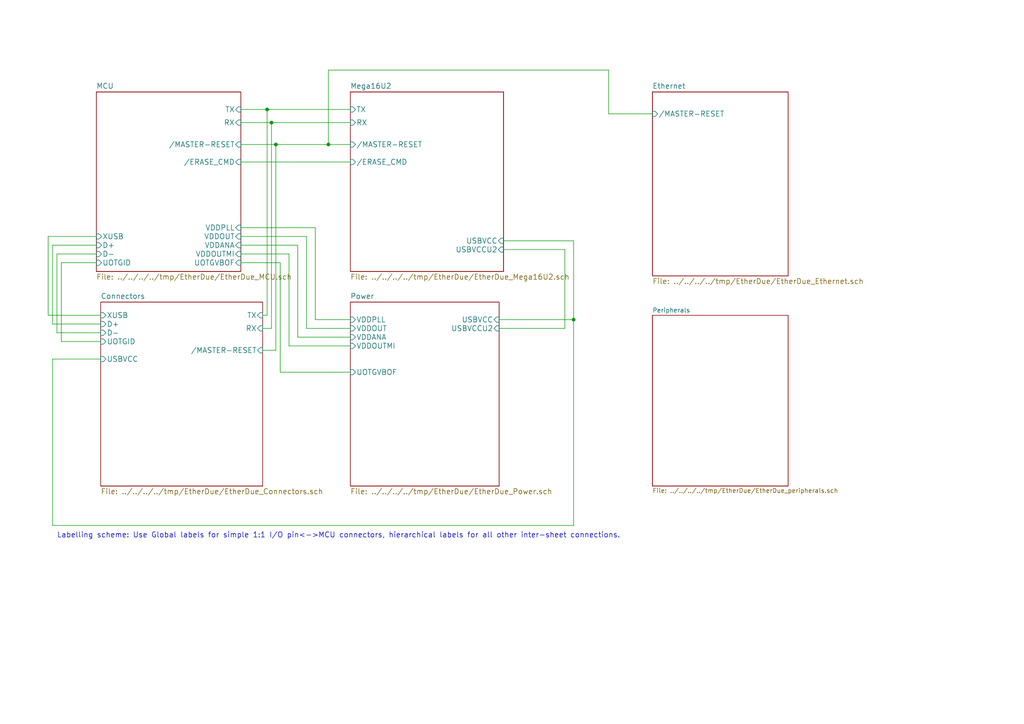
<source format=kicad_sch>
(kicad_sch (version 20230121) (generator eeschema)
  (paper "A4")
  (title_block (title "EtherDue") (date "16 jan 2014") (company "(C) 2014 Freetronics Pty Ltd") (comment 2 "Derived from Arduino Due Design - (C) Arduino SA") (comment 3 "Licensed under Creative Commons Share-Alike") (comment 4 "freetronics.com/etherdue"))
  (lib_symbols)
  (junction (at 80.01 41.91))
  (junction (at 95.25 41.91))
  (junction (at 77.47 31.75))
  (junction (at 78.74 35.56))
  (junction (at 166.37 92.71))
  (wire (pts (xy 16.51 73.66) (xy 16.51 96.52)))
  (wire (pts (xy 91.44 92.71) (xy 101.6 92.71)))
  (wire (pts (xy 76.2 95.25) (xy 78.74 95.25)))
  (wire (pts (xy 189.23 33.02) (xy 176.53 33.02)))
  (wire (pts (xy 83.82 73.66) (xy 83.82 100.33)))
  (wire (pts (xy 27.94 68.58) (xy 13.97 68.58)))
  (wire (pts (xy 69.85 76.2) (xy 81.28 76.2)))
  (wire (pts (xy 15.24 104.14) (xy 29.21 104.14)))
  (wire (pts (xy 88.9 95.25) (xy 88.9 68.58)))
  (wire (pts (xy 166.37 92.71) (xy 166.37 69.85)))
  (wire (pts (xy 13.97 68.58) (xy 13.97 91.44)))
  (wire (pts (xy 69.85 41.91) (xy 80.01 41.91)))
  (wire (pts (xy 29.21 99.06) (xy 17.78 99.06)))
  (wire (pts (xy 17.78 99.06) (xy 17.78 76.2)))
  (wire (pts (xy 69.85 71.12) (xy 86.36 71.12)))
  (wire (pts (xy 101.6 95.25) (xy 88.9 95.25)))
  (wire (pts (xy 15.24 93.98) (xy 15.24 71.12)))
  (wire (pts (xy 76.2 101.6) (xy 80.01 101.6)))
  (wire (pts (xy 77.47 31.75) (xy 101.6 31.75)))
  (wire (pts (xy 29.21 93.98) (xy 15.24 93.98)))
  (wire (pts (xy 166.37 69.85) (xy 146.05 69.85)))
  (wire (pts (xy 76.2 91.44) (xy 77.47 91.44)))
  (wire (pts (xy 69.85 66.04) (xy 91.44 66.04)))
  (wire (pts (xy 78.74 95.25) (xy 78.74 35.56)))
  (wire (pts (xy 69.85 46.99) (xy 101.6 46.99)))
  (wire (pts (xy 27.94 73.66) (xy 16.51 73.66)))
  (wire (pts (xy 13.97 91.44) (xy 29.21 91.44)))
  (wire (pts (xy 77.47 91.44) (xy 77.47 31.75)))
  (wire (pts (xy 80.01 41.91) (xy 95.25 41.91)))
  (wire (pts (xy 163.83 95.25) (xy 144.78 95.25)))
  (wire (pts (xy 88.9 68.58) (xy 69.85 68.58)))
  (wire (pts (xy 166.37 152.4) (xy 15.24 152.4)))
  (wire (pts (xy 80.01 101.6) (xy 80.01 41.91)))
  (wire (pts (xy 16.51 96.52) (xy 29.21 96.52)))
  (wire (pts (xy 95.25 20.32) (xy 95.25 41.91)))
  (wire (pts (xy 83.82 100.33) (xy 101.6 100.33)))
  (wire (pts (xy 144.78 92.71) (xy 166.37 92.71)))
  (wire (pts (xy 86.36 97.79) (xy 101.6 97.79)))
  (wire (pts (xy 166.37 152.4) (xy 166.37 92.71)))
  (wire (pts (xy 78.74 35.56) (xy 69.85 35.56)))
  (wire (pts (xy 69.85 31.75) (xy 77.47 31.75)))
  (wire (pts (xy 86.36 71.12) (xy 86.36 97.79)))
  (wire (pts (xy 146.05 72.39) (xy 163.83 72.39)))
  (wire (pts (xy 176.53 33.02) (xy 176.53 20.32)))
  (wire (pts (xy 163.83 72.39) (xy 163.83 95.25)))
  (wire (pts (xy 15.24 152.4) (xy 15.24 104.14)))
  (wire (pts (xy 176.53 20.32) (xy 95.25 20.32)))
  (wire (pts (xy 17.78 76.2) (xy 27.94 76.2)))
  (wire (pts (xy 91.44 66.04) (xy 91.44 92.71)))
  (wire (pts (xy 95.25 41.91) (xy 101.6 41.91)))
  (wire (pts (xy 81.28 107.95) (xy 101.6 107.95)))
  (wire (pts (xy 81.28 76.2) (xy 81.28 107.95)))
  (wire (pts (xy 101.6 35.56) (xy 78.74 35.56)))
  (wire (pts (xy 15.24 71.12) (xy 27.94 71.12)))
  (wire (pts (xy 69.85 73.66) (xy 83.82 73.66)))
  (text "Labelling scheme: Use Global labels for simple 1:1 I/O pin<->MCU connectors, hierarchical labels for all other inter-sheet connections." (at 16.51 156.21 0) (effects (font (size 1.524 1.524)) (justify left bottom)))
  (sheet (at 27.94 26.67) (size 41.91 52.07)
    (property "Sheetname" "MCU" (at 27.94 25.8314 0) (effects (font (size 1.524 1.524)) (justify left bottom)))
    (property "Sheetfile" "../../../../tmp/EtherDue/EtherDue_MCU.sch" (at 27.94 79.4262 0) (effects (font (size 1.524 1.524)) (justify left top)))
    (pin "TX" input (at 69.85 31.75 0) (effects (font (size 1.524 1.524))))
    (pin "RX" input (at 69.85 35.56 0) (effects (font (size 1.524 1.524))))
    (pin "VDDANA" input (at 69.85 71.12 0) (effects (font (size 1.524 1.524))))
    (pin "VDDOUTMI" input (at 69.85 73.66 0) (effects (font (size 1.524 1.524))))
    (pin "/ERASE_CMD" input (at 69.85 46.99 0) (effects (font (size 1.524 1.524))))
    (pin "VDDPLL" input (at 69.85 66.04 0) (effects (font (size 1.524 1.524))))
    (pin "VDDOUT" input (at 69.85 68.58 0) (effects (font (size 1.524 1.524))))
    (pin "UOTGVBOF" input (at 69.85 76.2 0) (effects (font (size 1.524 1.524))))
    (pin "XUSB" input (at 27.94 68.58 180) (effects (font (size 1.524 1.524))))
    (pin "D+" input (at 27.94 71.12 180) (effects (font (size 1.524 1.524))))
    (pin "D-" input (at 27.94 73.66 180) (effects (font (size 1.524 1.524))))
    (pin "UOTGID" input (at 27.94 76.2 180) (effects (font (size 1.524 1.524))))
    (pin "/MASTER-RESET" input (at 69.85 41.91 0) (effects (font (size 1.524 1.524))))
  )
  (sheet (at 101.6 26.67) (size 44.45 52.07)
    (property "Sheetname" "Mega16U2" (at 101.6 25.8314 0) (effects (font (size 1.524 1.524)) (justify left bottom)))
    (property "Sheetfile" "../../../../tmp/EtherDue/EtherDue_Mega16U2.sch" (at 101.6 79.4262 0) (effects (font (size 1.524 1.524)) (justify left top)))
    (pin "TX" input (at 101.6 31.75 180) (effects (font (size 1.524 1.524))))
    (pin "RX" input (at 101.6 35.56 180) (effects (font (size 1.524 1.524))))
    (pin "USBVCC" input (at 146.05 69.85 0) (effects (font (size 1.524 1.524))))
    (pin "/ERASE_CMD" input (at 101.6 46.99 180) (effects (font (size 1.524 1.524))))
    (pin "/MASTER-RESET" input (at 101.6 41.91 180) (effects (font (size 1.524 1.524))))
    (pin "USBVCCU2" input (at 146.05 72.39 0) (effects (font (size 1.524 1.524))))
  )
  (sheet (at 101.6 87.63) (size 43.18 53.34)
    (property "Sheetname" "Power" (at 101.6 86.7914 0) (effects (font (size 1.524 1.524)) (justify left bottom)))
    (property "Sheetfile" "../../../../tmp/EtherDue/EtherDue_Power.sch" (at 101.6 141.6562 0) (effects (font (size 1.524 1.524)) (justify left top)))
    (pin "USBVCCU2" input (at 144.78 95.25 0) (effects (font (size 1.524 1.524))))
    (pin "USBVCC" input (at 144.78 92.71 0) (effects (font (size 1.524 1.524))))
    (pin "UOTGVBOF" input (at 101.6 107.95 180) (effects (font (size 1.524 1.524))))
    (pin "VDDPLL" input (at 101.6 92.71 180) (effects (font (size 1.524 1.524))))
    (pin "VDDOUT" input (at 101.6 95.25 180) (effects (font (size 1.524 1.524))))
    (pin "VDDOUTMI" input (at 101.6 100.33 180) (effects (font (size 1.524 1.524))))
    (pin "VDDANA" input (at 101.6 97.79 180) (effects (font (size 1.524 1.524))))
  )
  (sheet (at 29.21 87.63) (size 46.99 53.34)
    (property "Sheetname" "Connectors" (at 29.21 86.7914 0) (effects (font (size 1.524 1.524)) (justify left bottom)))
    (property "Sheetfile" "../../../../tmp/EtherDue/EtherDue_Connectors.sch" (at 29.21 141.6562 0) (effects (font (size 1.524 1.524)) (justify left top)))
    (pin "UOTGID" input (at 29.21 99.06 180) (effects (font (size 1.524 1.524))))
    (pin "D+" input (at 29.21 93.98 180) (effects (font (size 1.524 1.524))))
    (pin "D-" input (at 29.21 96.52 180) (effects (font (size 1.524 1.524))))
    (pin "USBVCC" input (at 29.21 104.14 180) (effects (font (size 1.524 1.524))))
    (pin "XUSB" input (at 29.21 91.44 180) (effects (font (size 1.524 1.524))))
    (pin "/MASTER-RESET" input (at 76.2 101.6 0) (effects (font (size 1.524 1.524))))
    (pin "RX" input (at 76.2 95.25 0) (effects (font (size 1.524 1.524))))
    (pin "TX" input (at 76.2 91.44 0) (effects (font (size 1.524 1.524))))
  )
  (sheet (at 189.23 26.67) (size 39.37 53.34)
    (property "Sheetname" "Ethernet" (at 189.23 25.8314 0) (effects (font (size 1.524 1.524)) (justify left bottom)))
    (property "Sheetfile" "../../../../tmp/EtherDue/EtherDue_Ethernet.sch" (at 189.23 80.6962 0) (effects (font (size 1.524 1.524)) (justify left top)))
    (pin "/MASTER-RESET" input (at 189.23 33.02 180) (effects (font (size 1.524 1.524))))
  )
  (sheet (at 189.23 91.44) (size 39.37 49.53)
    (property "Sheetname" "Peripherals" (at 189.23 90.7284 0) (effects (justify left bottom)))
    (property "Sheetfile" "../../../../tmp/EtherDue/EtherDue_peripherals.sch" (at 189.23 141.5546 0) (effects (justify left top)))
  )
)
</source>
